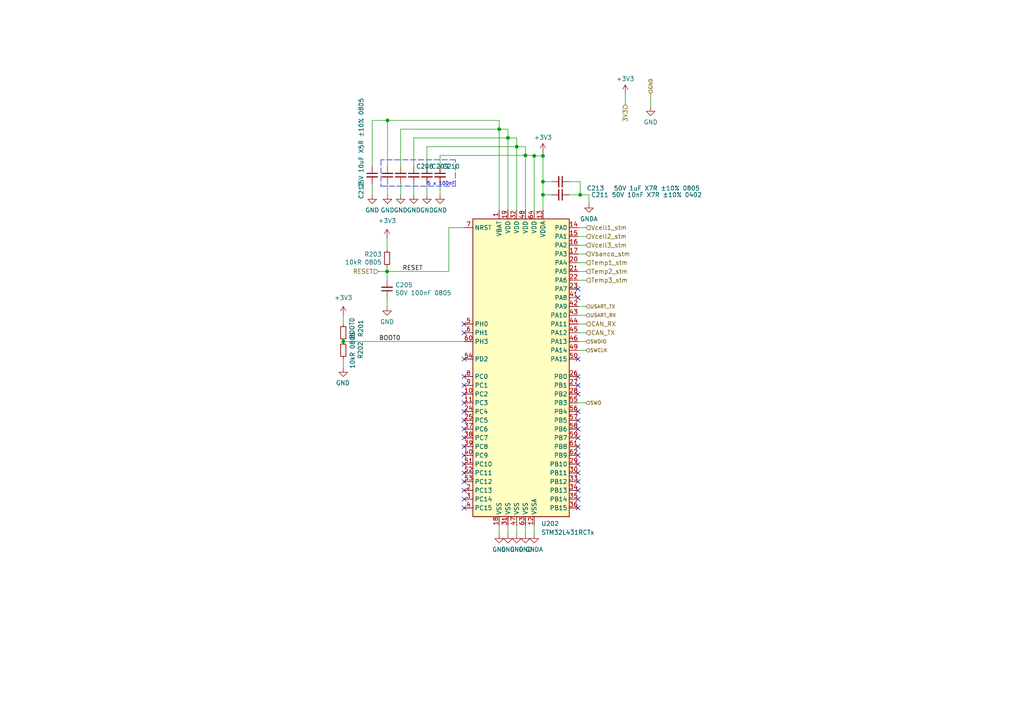
<source format=kicad_sch>
(kicad_sch (version 20250114) (generator "eeschema") (generator_version "9.0")
  (paper "A4")
  (lib_symbols
    (symbol "Device:C_Small" (pin_numbers (hide yes)) (pin_names (offset 0.254) (hide yes))
      (property "Reference" "C" (at 0.254 1.778 0))
      (property "Value" "C_Small" (at 0.254 -2.032 0))
      (symbol "C_Small_0_1"
        (polyline (pts (xy -1.524 0.508) (xy 1.524 0.508)) (stroke (width 0.3048)))
        (polyline (pts (xy -1.524 -0.508) (xy 1.524 -0.508)) (stroke (width 0.3302)))
      )
      (symbol "C_Small_1_1"
        (pin passive line (at 0 2.54 270) (length 2.032) (name "~") (number "1"))
        (pin passive line (at 0 -2.54 90) (length 2.032) (name "~") (number "2"))
      )
    )
    (symbol "Device:R_Small" (pin_numbers (hide yes)) (pin_names (offset 0.254) (hide yes))
      (property "Reference" "R" (at 0.762 0.508 0))
      (property "Value" "R_Small" (at 0.762 -1.016 0))
      (symbol "R_Small_0_1"
        (rectangle (start -0.762 1.778) (end 0.762 -1.778) (stroke (width 0.2032)))
      )
      (symbol "R_Small_1_1"
        (pin passive line (at 0 2.54 270) (length 0.762) (name "~") (number "1"))
        (pin passive line (at 0 -2.54 90) (length 0.762) (name "~") (number "2"))
      )
    )
    (symbol "MCU_ST_STM32L4:STM32L431RCTx"
      (property "Reference" "U" (at -15.24 44.45 0))
      (property "Value" "STM32L431RCTx" (at 7.62 44.45 0))
      (symbol "STM32L431RCTx_0_1"
        (rectangle (start -15.24 -43.18) (end 12.7 43.18) (stroke (width 0.254)) (fill (type background)))
      )
      (symbol "STM32L431RCTx_1_1"
        (pin input line (at -17.78 40.64 0) (length 2.54) (name "NRST") (number "7"))
        (pin input line (at -17.78 12.7 0) (length 2.54) (name "PH0") (number "5"))
        (pin input line (at -17.78 10.16 0) (length 2.54) (name "PH1") (number "6"))
        (pin bidirectional line (at -17.78 7.62 0) (length 2.54) (name "PH3") (number "60"))
        (pin bidirectional line (at -17.78 2.54 0) (length 2.54) (name "PD2") (number "54"))
        (pin bidirectional line (at -17.78 -2.54 0) (length 2.54) (name "PC0") (number "8"))
        (pin bidirectional line (at -17.78 -5.08 0) (length 2.54) (name "PC1") (number "9"))
        (pin bidirectional line (at -17.78 -7.62 0) (length 2.54) (name "PC2") (number "10"))
        (pin bidirectional line (at -17.78 -10.16 0) (length 2.54) (name "PC3") (number "11"))
        (pin bidirectional line (at -17.78 -12.7 0) (length 2.54) (name "PC4") (number "24"))
        (pin bidirectional line (at -17.78 -15.24 0) (length 2.54) (name "PC5") (number "25"))
        (pin bidirectional line (at -17.78 -17.78 0) (length 2.54) (name "PC6") (number "37"))
        (pin bidirectional line (at -17.78 -20.32 0) (length 2.54) (name "PC7") (number "38"))
        (pin bidirectional line (at -17.78 -22.86 0) (length 2.54) (name "PC8") (number "39"))
        (pin bidirectional line (at -17.78 -25.4 0) (length 2.54) (name "PC9") (number "40"))
        (pin bidirectional line (at -17.78 -27.94 0) (length 2.54) (name "PC10") (number "51"))
        (pin bidirectional line (at -17.78 -30.48 0) (length 2.54) (name "PC11") (number "52"))
        (pin bidirectional line (at -17.78 -33.02 0) (length 2.54) (name "PC12") (number "53"))
        (pin bidirectional line (at -17.78 -35.56 0) (length 2.54) (name "PC13") (number "2"))
        (pin bidirectional line (at -17.78 -38.1 0) (length 2.54) (name "PC14") (number "3"))
        (pin bidirectional line (at -17.78 -40.64 0) (length 2.54) (name "PC15") (number "4"))
        (pin power_in line (at -7.62 45.72 270) (length 2.54) (name "VBAT") (number "1"))
        (pin power_in line (at -7.62 -45.72 90) (length 2.54) (name "VSS") (number "18"))
        (pin power_in line (at -5.08 45.72 270) (length 2.54) (name "VDD") (number "19"))
        (pin power_in line (at -5.08 -45.72 90) (length 2.54) (name "VSS") (number "31"))
        (pin power_in line (at -2.54 45.72 270) (length 2.54) (name "VDD") (number "32"))
        (pin power_in line (at -2.54 -45.72 90) (length 2.54) (name "VSS") (number "47"))
        (pin power_in line (at 0 45.72 270) (length 2.54) (name "VDD") (number "48"))
        (pin power_in line (at 0 -45.72 90) (length 2.54) (name "VSS") (number "63"))
        (pin power_in line (at 2.54 45.72 270) (length 2.54) (name "VDD") (number "64"))
        (pin power_in line (at 2.54 -45.72 90) (length 2.54) (name "VSSA") (number "12"))
        (pin power_in line (at 5.08 45.72 270) (length 2.54) (name "VDDA") (number "13"))
        (pin bidirectional line (at 15.24 40.64 180) (length 2.54) (name "PA0") (number "14"))
        (pin bidirectional line (at 15.24 38.1 180) (length 2.54) (name "PA1") (number "15"))
        (pin bidirectional line (at 15.24 35.56 180) (length 2.54) (name "PA2") (number "16"))
        (pin bidirectional line (at 15.24 33.02 180) (length 2.54) (name "PA3") (number "17"))
        (pin bidirectional line (at 15.24 30.48 180) (length 2.54) (name "PA4") (number "20"))
        (pin bidirectional line (at 15.24 27.94 180) (length 2.54) (name "PA5") (number "21"))
        (pin bidirectional line (at 15.24 25.4 180) (length 2.54) (name "PA6") (number "22"))
        (pin bidirectional line (at 15.24 22.86 180) (length 2.54) (name "PA7") (number "23"))
        (pin bidirectional line (at 15.24 20.32 180) (length 2.54) (name "PA8") (number "41"))
        (pin bidirectional line (at 15.24 17.78 180) (length 2.54) (name "PA9") (number "42"))
        (pin bidirectional line (at 15.24 15.24 180) (length 2.54) (name "PA10") (number "43"))
        (pin bidirectional line (at 15.24 12.7 180) (length 2.54) (name "PA11") (number "44"))
        (pin bidirectional line (at 15.24 10.16 180) (length 2.54) (name "PA12") (number "45"))
        (pin bidirectional line (at 15.24 7.62 180) (length 2.54) (name "PA13") (number "46"))
        (pin bidirectional line (at 15.24 5.08 180) (length 2.54) (name "PA14") (number "49"))
        (pin bidirectional line (at 15.24 2.54 180) (length 2.54) (name "PA15") (number "50"))
        (pin bidirectional line (at 15.24 -2.54 180) (length 2.54) (name "PB0") (number "26"))
        (pin bidirectional line (at 15.24 -5.08 180) (length 2.54) (name "PB1") (number "27"))
        (pin bidirectional line (at 15.24 -7.62 180) (length 2.54) (name "PB2") (number "28"))
        (pin bidirectional line (at 15.24 -10.16 180) (length 2.54) (name "PB3") (number "55"))
        (pin bidirectional line (at 15.24 -12.7 180) (length 2.54) (name "PB4") (number "56"))
        (pin bidirectional line (at 15.24 -15.24 180) (length 2.54) (name "PB5") (number "57"))
        (pin bidirectional line (at 15.24 -17.78 180) (length 2.54) (name "PB6") (number "58"))
        (pin bidirectional line (at 15.24 -20.32 180) (length 2.54) (name "PB7") (number "59"))
        (pin bidirectional line (at 15.24 -22.86 180) (length 2.54) (name "PB8") (number "61"))
        (pin bidirectional line (at 15.24 -25.4 180) (length 2.54) (name "PB9") (number "62"))
        (pin bidirectional line (at 15.24 -27.94 180) (length 2.54) (name "PB10") (number "29"))
        (pin bidirectional line (at 15.24 -30.48 180) (length 2.54) (name "PB11") (number "30"))
        (pin bidirectional line (at 15.24 -33.02 180) (length 2.54) (name "PB12") (number "33"))
        (pin bidirectional line (at 15.24 -35.56 180) (length 2.54) (name "PB13") (number "34"))
        (pin bidirectional line (at 15.24 -38.1 180) (length 2.54) (name "PB14") (number "35"))
        (pin bidirectional line (at 15.24 -40.64 180) (length 2.54) (name "PB15") (number "36"))
      )
    )
    (symbol "power:+3V3" (power) (pin_numbers (hide yes)) (pin_names (offset 0) (hide yes))
      (property "Value" "+3V3" (at 0 3.556 0))
      (symbol "+3V3_0_1"
        (polyline (pts (xy -0.762 1.27) (xy 0 2.54)))
        (polyline (pts (xy 0 2.54) (xy 0.762 1.27)))
        (polyline (pts (xy 0 0) (xy 0 2.54)))
      )
      (symbol "+3V3_1_1"
        (pin power_in line (at 0 0 90) (length 0) (name "~") (number "1"))
      )
    )
    (symbol "power:GND" (power) (pin_names (offset 0))
      (property "Value" "GND" (at 0 -3.81 0))
      (symbol "GND_0_1"
        (polyline (pts (xy 0 0) (xy 0 -1.27) (xy 1.27 -1.27) (xy 0 -2.54) (xy -1.27 -1.27) (xy 0 -1.27)))
      )
      (symbol "GND_1_1"
        (pin power_in line (at 0 0 270) (length 0) (hide yes) (name "GND") (number "1"))
      )
    )
    (symbol "power:GNDA" (power) (pin_names (offset 0))
      (property "Value" "GNDA" (at 0 -3.81 0))
      (symbol "GNDA_0_1"
        (polyline (pts (xy 0 0) (xy 0 -1.27) (xy 1.27 -1.27) (xy 0 -2.54) (xy -1.27 -1.27) (xy 0 -1.27)))
      )
      (symbol "GNDA_1_1"
        (pin power_in line (at 0 0 270) (length 0) (hide yes) (name "GNDA") (number "1"))
      )
    )
  )
  (text "5 x 100nF" (at 123.825 53.975 0) (effects (font (size 1.016 1.016)) (justify left bottom)))
  (junction (at 149.86 42.545))
  (junction (at 154.94 45.212))
  (junction (at 147.32 40.005))
  (junction (at 112.395 34.925))
  (junction (at 99.568 99.06))
  (junction (at 157.48 52.705))
  (junction (at 157.48 56.515))
  (junction (at 157.48 45.212))
  (junction (at 144.78 37.465))
  (junction (at 152.4 45.085))
  (junction (at 112.268 78.74))
  (junction (at 168.275 56.515))
  (no_connect (at 167.64 121.92))
  (no_connect (at 167.64 137.16))
  (no_connect (at 134.62 96.52))
  (no_connect (at 134.62 109.22))
  (no_connect (at 167.64 124.46))
  (no_connect (at 134.62 147.32))
  (no_connect (at 167.64 129.54))
  (no_connect (at 134.62 142.24))
  (no_connect (at 134.62 127))
  (no_connect (at 167.64 111.76))
  (no_connect (at 167.64 114.3))
  (no_connect (at 134.62 129.54))
  (no_connect (at 167.64 144.78))
  (no_connect (at 167.64 83.82))
  (no_connect (at 167.64 127))
  (no_connect (at 134.62 124.46))
  (no_connect (at 134.62 137.16))
  (no_connect (at 167.64 119.38))
  (no_connect (at 167.64 134.62))
  (no_connect (at 167.64 86.36))
  (no_connect (at 134.62 116.84))
  (no_connect (at 167.64 142.24))
  (no_connect (at 134.62 134.62))
  (no_connect (at 134.62 114.3))
  (no_connect (at 134.62 121.92))
  (no_connect (at 134.62 132.08))
  (no_connect (at 167.64 132.08))
  (no_connect (at 134.62 119.38))
  (no_connect (at 167.64 104.14))
  (no_connect (at 167.64 139.7))
  (no_connect (at 134.62 144.78))
  (no_connect (at 134.62 93.98))
  (no_connect (at 167.64 109.22))
  (no_connect (at 167.64 147.32))
  (no_connect (at 134.62 104.14))
  (no_connect (at 134.62 111.76))
  (no_connect (at 134.62 139.7))
  (wire (pts (xy 144.78 37.465) (xy 144.78 60.96)))
  (wire (pts (xy 167.64 71.12) (xy 169.926 71.12)))
  (wire (pts (xy 188.722 27.178) (xy 188.722 30.988)))
  (wire (pts (xy 120.015 53.34) (xy 120.015 56.515)))
  (wire (pts (xy 147.32 40.005) (xy 147.32 60.96)))
  (wire (pts (xy 112.268 77.47) (xy 112.268 78.74)))
  (wire (pts (xy 167.64 81.28) (xy 169.926 81.28)))
  (wire (pts (xy 99.568 91.44) (xy 99.568 93.98)))
  (wire (pts (xy 157.48 44.196) (xy 157.48 45.212)))
  (wire (pts (xy 167.64 78.74) (xy 169.926 78.74)))
  (polyline (pts (xy 132.08 53.975) (xy 132.08 46.355)) (stroke (width 0) (type dash)))
  (wire (pts (xy 107.95 34.925) (xy 112.395 34.925)))
  (wire (pts (xy 123.825 53.34) (xy 123.825 56.515)))
  (wire (pts (xy 107.95 53.34) (xy 107.95 56.515)))
  (wire (pts (xy 147.32 40.005) (xy 149.86 40.005)))
  (wire (pts (xy 152.4 45.085) (xy 154.94 45.085)))
  (wire (pts (xy 152.4 42.545) (xy 152.4 45.085)))
  (wire (pts (xy 157.48 52.705) (xy 157.48 56.515)))
  (wire (pts (xy 144.78 37.465) (xy 147.32 37.465)))
  (wire (pts (xy 181.356 27.178) (xy 181.356 30.226)))
  (wire (pts (xy 144.78 34.925) (xy 144.78 37.465)))
  (wire (pts (xy 149.86 42.545) (xy 149.86 60.96)))
  (wire (pts (xy 167.64 76.2) (xy 169.926 76.2)))
  (polyline (pts (xy 110.49 46.355) (xy 110.49 53.975)) (stroke (width 0) (type dash)))
  (wire (pts (xy 167.64 96.52) (xy 169.926 96.52)))
  (wire (pts (xy 167.64 68.58) (xy 169.926 68.58)))
  (wire (pts (xy 168.275 56.515) (xy 170.815 56.515)))
  (wire (pts (xy 127.635 53.34) (xy 127.635 56.515)))
  (wire (pts (xy 147.32 37.465) (xy 147.32 40.005)))
  (wire (pts (xy 99.568 99.06) (xy 134.62 99.06)))
  (polyline (pts (xy 110.49 53.975) (xy 132.08 53.975)) (stroke (width 0) (type dash)))
  (wire (pts (xy 167.64 116.84) (xy 169.926 116.84)))
  (polyline (pts (xy 110.49 53.975) (xy 110.49 53.975)) (stroke (width 0) (type dash)))
  (wire (pts (xy 127.635 45.085) (xy 127.635 48.26)))
  (wire (pts (xy 107.95 34.925) (xy 107.95 48.26)))
  (wire (pts (xy 116.205 48.26) (xy 116.205 37.465)))
  (wire (pts (xy 109.728 78.74) (xy 112.268 78.74)))
  (wire (pts (xy 152.4 45.085) (xy 152.4 60.96)))
  (wire (pts (xy 127.635 45.085) (xy 152.4 45.085)))
  (wire (pts (xy 147.32 152.4) (xy 147.32 154.94)))
  (wire (pts (xy 165.1 52.705) (xy 168.275 52.705)))
  (wire (pts (xy 149.86 42.545) (xy 152.4 42.545)))
  (wire (pts (xy 120.015 40.005) (xy 147.32 40.005)))
  (wire (pts (xy 112.395 34.925) (xy 144.78 34.925)))
  (wire (pts (xy 123.825 42.545) (xy 123.825 48.26)))
  (wire (pts (xy 144.78 152.4) (xy 144.78 154.94)))
  (wire (pts (xy 116.205 53.34) (xy 116.205 56.515)))
  (wire (pts (xy 149.86 152.4) (xy 149.86 154.94)))
  (wire (pts (xy 160.02 56.515) (xy 157.48 56.515)))
  (wire (pts (xy 99.568 104.14) (xy 99.568 106.68)))
  (wire (pts (xy 157.48 56.515) (xy 157.48 60.96)))
  (wire (pts (xy 167.64 93.98) (xy 169.926 93.98)))
  (wire (pts (xy 130.175 66.04) (xy 134.62 66.04)))
  (wire (pts (xy 112.395 53.34) (xy 112.395 56.515)))
  (wire (pts (xy 112.268 78.74) (xy 112.268 81.28)))
  (wire (pts (xy 157.48 45.212) (xy 157.48 52.705)))
  (wire (pts (xy 154.94 45.085) (xy 154.94 45.212)))
  (wire (pts (xy 120.015 48.26) (xy 120.015 40.005)))
  (wire (pts (xy 168.275 52.705) (xy 168.275 56.515)))
  (wire (pts (xy 167.64 88.9) (xy 169.926 88.9)))
  (polyline (pts (xy 132.08 46.355) (xy 110.49 46.355)) (stroke (width 0) (type dash)))
  (wire (pts (xy 170.815 56.515) (xy 170.815 59.055)))
  (wire (pts (xy 157.48 52.705) (xy 160.02 52.705)))
  (wire (pts (xy 149.86 40.005) (xy 149.86 42.545)))
  (wire (pts (xy 167.64 101.6) (xy 169.926 101.6)))
  (wire (pts (xy 167.64 99.06) (xy 169.926 99.06)))
  (wire (pts (xy 112.268 78.74) (xy 130.175 78.74)))
  (wire (pts (xy 123.825 42.545) (xy 149.86 42.545)))
  (wire (pts (xy 130.175 78.74) (xy 130.175 66.04)))
  (wire (pts (xy 167.64 73.66) (xy 169.926 73.66)))
  (wire (pts (xy 167.64 91.44) (xy 169.926 91.44)))
  (wire (pts (xy 154.94 45.212) (xy 157.48 45.212)))
  (wire (pts (xy 154.94 45.212) (xy 154.94 60.96)))
  (wire (pts (xy 116.205 37.465) (xy 144.78 37.465)))
  (wire (pts (xy 165.1 56.515) (xy 168.275 56.515)))
  (wire (pts (xy 112.395 48.26) (xy 112.395 34.925)))
  (wire (pts (xy 112.268 69.088) (xy 112.268 72.39)))
  (wire (pts (xy 152.4 152.4) (xy 152.4 154.94)))
  (wire (pts (xy 154.94 152.4) (xy 154.94 154.94)))
  (wire (pts (xy 167.64 66.04) (xy 169.926 66.04)))
  (wire (pts (xy 112.268 88.9) (xy 112.268 86.36)))
  (label "BOOT0" (at 116.205 99.06 180))
  (label "RESET" (at 116.713 78.74 0))
  (hierarchical_label "Vcell3_stm" (shape input) (at 169.926 71.12 0))
  (hierarchical_label "Temp2_stm" (shape input) (at 169.926 78.74 0))
  (hierarchical_label "Temp3_stm" (shape input) (at 169.926 81.28 0))
  (hierarchical_label "SWO" (shape input) (at 169.926 116.84 0) (effects (font (size 1.016 1.016))))
  (hierarchical_label "SWCLK" (shape input) (at 169.926 101.6 0) (effects (font (size 1.016 1.016))))
  (hierarchical_label "Vcell2_stm" (shape input) (at 169.926 68.58 0))
  (hierarchical_label "GND" (shape input) (at 188.722 27.178 90) (effects (font (size 1.016 1.016))))
  (hierarchical_label "RESET" (shape input) (at 109.728 78.74 180))
  (hierarchical_label "USART_RX" (shape input) (at 169.926 91.44 0) (effects (font (size 1.016 1.016))))
  (hierarchical_label "CAN_RX" (shape input) (at 169.926 93.98 0))
  (hierarchical_label "CAN_TX" (shape input) (at 169.926 96.52 0))
  (hierarchical_label "Vcell1_stm" (shape input) (at 169.926 66.04 0))
  (hierarchical_label "SWDIO" (shape input) (at 169.926 99.06 0) (effects (font (size 1.016 1.016))))
  (hierarchical_label "3V3" (shape input) (at 181.356 30.226 270))
  (hierarchical_label "USART_TX" (shape input) (at 169.926 88.9 0) (effects (font (size 1.016 1.016))))
  (hierarchical_label "Temp1_stm" (shape input) (at 169.926 76.2 0))
  (hierarchical_label "Vbanco_stm" (shape input) (at 169.926 73.66 0))
  (symbol (lib_id "Device:C_Small") (at 112.268 83.82 180) (unit 1)
    (property "Reference" "C205" (at 114.6048 82.6516 0) (effects (justify right)))
    (property "Value" "50V 100nF 0805" (at 114.6048 84.963 0) (effects (justify right)))
    (property "Footprint" "Capacitor_SMD:C_0805_2012Metric_Pad1.18x1.45mm_HandSolder" (effects (hide yes)))
  )
  (symbol (lib_id "Device:R_Small") (at 112.268 74.93 0) (mirror x) (unit 1)
    (property "Reference" "R203" (at 110.7694 73.7616 0) (effects (justify right)))
    (property "Value" "10kR 0805" (at 110.7694 76.073 0) (effects (justify right)))
    (property "Footprint" "Resistor_SMD:R_0805_2012Metric_Pad1.20x1.40mm_HandSolder" (effects (hide yes)))
  )
  (symbol (lib_id "power:GNDA") (at 154.94 154.94 0) (unit 1)
    (property "Reference" "#PWR0217" (effects (hide yes)))
    (property "Value" "GNDA" (at 154.94 159.3834 0))
  )
  (symbol (lib_id "power:GND") (at 112.395 56.515 0) (unit 1)
    (property "Reference" "#PWR0206" (effects (hide yes)))
    (property "Value" "GND" (at 112.395 60.9584 0))
  )
  (symbol (lib_id "power:GND") (at 144.78 154.94 0) (unit 1)
    (property "Reference" "#PWR0213" (effects (hide yes)))
    (property "Value" "GND" (at 144.78 159.3834 0))
  )
  (symbol (lib_id "power:GND") (at 147.32 154.94 0) (unit 1)
    (property "Reference" "#PWR0214" (effects (hide yes)))
    (property "Value" "GND" (at 147.32 159.3834 0))
  )
  (symbol (lib_id "power:GND") (at 123.825 56.515 0) (unit 1)
    (property "Reference" "#PWR0209" (effects (hide yes)))
    (property "Value" "GND" (at 123.825 60.9584 0))
  )
  (symbol (lib_id "power:GND") (at 149.86 154.94 0) (unit 1)
    (property "Reference" "#PWR0215" (effects (hide yes)))
    (property "Value" "GND" (at 149.86 159.3834 0))
  )
  (symbol (lib_id "Device:C_Small") (at 120.015 50.8 0) (unit 1)
    (property "Reference" "C208" (at 120.65 48.26 0) (effects (justify left)))
    (property "Value" "50V 100nF X7R ±10% 0402" (effects (hide yes)))
    (property "Footprint" "Capacitor_SMD:C_0402_1005Metric_Pad0.74x0.62mm_HandSolder" (effects (hide yes)))
  )
  (symbol (lib_id "Device:R_Small") (at 99.568 96.52 0) (mirror y) (unit 1)
    (property "Reference" "R201" (at 104.648 95.25 90))
    (property "Value" "BOOT0" (at 102.108 95.25 90))
    (property "Footprint" "Resistor_SMD:R_0402_1005Metric" (effects (hide yes)))
  )
  (symbol (lib_id "power:+3V3") (at 99.568 91.44 0) (unit 1)
    (property "Reference" "#PWR05" (effects (hide yes)))
    (property "Value" "+3V3" (at 99.568 86.36 0))
    (property "Description" "Power symbol creates a global label with name \"+3V3\"" (effects (hide yes)))
  )
  (symbol (lib_id "Device:C_Small") (at 107.95 50.8 0) (unit 1)
    (property "Reference" "C212" (at 104.775 57.785 90) (effects (justify left)))
    (property "Value" "25V 10uF X5R ±10% 0805" (at 104.775 54.61 90) (effects (justify left)))
    (property "Footprint" "Capacitor_SMD:C_0805_2012Metric_Pad1.18x1.45mm_HandSolder" (effects (hide yes)))
  )
  (symbol (lib_id "Device:C_Small") (at 162.56 52.705 270) (mirror x) (unit 1)
    (property "Reference" "C213" (at 172.72 54.61 90))
    (property "Value" "50V 1uF X7R ±10% 0805" (at 190.5 54.61 90))
    (property "Footprint" "Capacitor_SMD:C_0805_2012Metric_Pad1.18x1.45mm_HandSolder" (effects (hide yes)))
  )
  (symbol (lib_id "power:GND") (at 99.568 106.68 0) (mirror y) (unit 1)
    (property "Reference" "#PWR0204" (effects (hide yes)))
    (property "Value" "GND" (at 99.441 111.0742 0))
  )
  (symbol (lib_id "Device:C_Small") (at 127.635 50.8 0) (unit 1)
    (property "Reference" "C210" (at 128.27 48.26 0) (effects (justify left)))
    (property "Value" "50V 100nF X7R ±10% 0402" (effects (hide yes)))
    (property "Footprint" "Capacitor_SMD:C_0402_1005Metric_Pad0.74x0.62mm_HandSolder" (effects (hide yes)))
  )
  (symbol (lib_id "power:GND") (at 120.015 56.515 0) (unit 1)
    (property "Reference" "#PWR0208" (effects (hide yes)))
    (property "Value" "GND" (at 120.015 60.9584 0))
  )
  (symbol (lib_id "power:GND") (at 107.95 56.515 0) (unit 1)
    (property "Reference" "#PWR0122" (effects (hide yes)))
    (property "Value" "GND" (at 107.95 60.9584 0))
  )
  (symbol (lib_id "Device:R_Small") (at 99.568 101.6 0) (mirror y) (unit 1)
    (property "Reference" "R202" (at 104.5464 101.6 90))
    (property "Value" "10kR 0805" (at 102.235 101.6 90))
    (property "Footprint" "Resistor_SMD:R_0805_2012Metric_Pad1.20x1.40mm_HandSolder" (effects (hide yes)))
  )
  (symbol (lib_id "power:GND") (at 152.4 154.94 0) (unit 1)
    (property "Reference" "#PWR0216" (effects (hide yes)))
    (property "Value" "GND" (at 152.4 159.3834 0))
  )
  (symbol (lib_id "power:+3V3") (at 112.268 69.088 0) (unit 1)
    (property "Reference" "#PWR02" (effects (hide yes)))
    (property "Value" "+3V3" (at 112.268 64.008 0))
    (property "Description" "Power symbol creates a global label with name \"+3V3\"" (effects (hide yes)))
  )
  (symbol (lib_id "power:GNDA") (at 170.815 59.055 0) (unit 1)
    (property "Reference" "#PWR0218" (effects (hide yes)))
    (property "Value" "GNDA" (at 170.815 63.4984 0))
  )
  (symbol (lib_id "Device:C_Small") (at 116.205 50.8 180) (unit 1)
    (property "Reference" "C207" (effects (hide yes)))
    (property "Value" "50V 100nF 0805" (effects (hide yes)))
    (property "Footprint" "Capacitor_SMD:C_0805_2012Metric_Pad1.18x1.45mm_HandSolder" (effects (hide yes)))
  )
  (symbol (lib_id "Device:C_Small") (at 123.825 50.8 0) (unit 1)
    (property "Reference" "C209" (at 125.095 48.26 0) (effects (justify left)))
    (property "Value" "50V 100nF X7R ±10% 0402" (effects (hide yes)))
    (property "Footprint" "Capacitor_SMD:C_0402_1005Metric_Pad0.74x0.62mm_HandSolder" (effects (hide yes)))
  )
  (symbol (lib_id "power:GND") (at 127.635 56.515 0) (unit 1)
    (property "Reference" "#PWR0212" (effects (hide yes)))
    (property "Value" "GND" (at 127.635 60.9584 0))
  )
  (symbol (lib_id "power:GND") (at 116.205 56.515 0) (unit 1)
    (property "Reference" "#PWR0207" (effects (hide yes)))
    (property "Value" "GND" (at 116.205 60.9584 0))
  )
  (symbol (lib_id "MCU_ST_STM32L4:STM32L431RCTx") (at 152.4 106.68 0) (unit 1)
    (property "Reference" "U202" (at 156.9594 151.8904 0) (effects (justify left)))
    (property "Value" "STM32L431RCTx" (at 156.9594 154.4273 0) (effects (justify left)))
    (property "Footprint" "Package_QFP:LQFP-64_10x10mm_P0.5mm" (effects (hide yes)))
    (property "Datasheet" "http://www.st.com/st-web-ui/static/active/en/resource/technical/document/datasheet/DM00257211.pdf" (effects (hide yes)))
  )
  (symbol (lib_id "Device:C_Small") (at 112.395 50.8 180) (unit 1)
    (property "Reference" "C206" (effects (hide yes)))
    (property "Value" "50V 100nF 0805" (effects (hide yes)))
    (property "Footprint" "Capacitor_SMD:C_0805_2012Metric_Pad1.18x1.45mm_HandSolder" (effects (hide yes)))
  )
  (symbol (lib_id "power:GND") (at 112.268 88.9 0) (unit 1)
    (property "Reference" "#PWR0205" (effects (hide yes)))
    (property "Value" "GND" (at 112.268 93.3434 0))
  )
  (symbol (lib_id "power:+3V3") (at 181.356 27.178 0) (unit 1)
    (property "Reference" "#PWR03" (effects (hide yes)))
    (property "Value" "+3V3" (at 181.356 22.86 0))
    (property "Description" "Power symbol creates a global label with name \"+3V3\"" (effects (hide yes)))
  )
  (symbol (lib_id "Device:C_Small") (at 162.56 56.515 270) (mirror x) (unit 1)
    (property "Reference" "C211" (at 173.99 56.515 90))
    (property "Value" "50V 10nF X7R ±10% 0402" (at 190.5 56.515 90))
    (property "Footprint" "Capacitor_SMD:C_0402_1005Metric_Pad0.74x0.62mm_HandSolder" (effects (hide yes)))
  )
  (symbol (lib_id "power:GND") (at 188.722 30.988 0) (unit 1)
    (property "Reference" "#PWR0201" (effects (hide yes)))
    (property "Value" "GND" (at 188.722 35.4314 0))
  )
  (symbol (lib_id "power:+3V3") (at 157.48 44.196 0) (unit 1)
    (property "Reference" "#PWR04" (effects (hide yes)))
    (property "Value" "+3V3" (at 157.48 39.878 0))
    (property "Description" "Power symbol creates a global label with name \"+3V3\"" (effects (hide yes)))
  )
)
</source>
